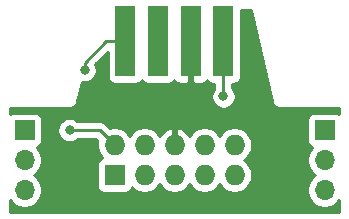
<source format=gbl>
G04 #@! TF.GenerationSoftware,KiCad,Pcbnew,(5.1.8)-1*
G04 #@! TF.CreationDate,2021-01-08T23:48:15+01:00*
G04 #@! TF.ProjectId,Sega Master System,53656761-204d-4617-9374-657220537973,rev?*
G04 #@! TF.SameCoordinates,Original*
G04 #@! TF.FileFunction,Copper,L2,Bot*
G04 #@! TF.FilePolarity,Positive*
%FSLAX46Y46*%
G04 Gerber Fmt 4.6, Leading zero omitted, Abs format (unit mm)*
G04 Created by KiCad (PCBNEW (5.1.8)-1) date 2021-01-08 23:48:15*
%MOMM*%
%LPD*%
G01*
G04 APERTURE LIST*
G04 #@! TA.AperFunction,SMDPad,CuDef*
%ADD10R,1.700000X6.000000*%
G04 #@! TD*
G04 #@! TA.AperFunction,ComponentPad*
%ADD11R,1.700000X1.700000*%
G04 #@! TD*
G04 #@! TA.AperFunction,ComponentPad*
%ADD12O,1.700000X1.700000*%
G04 #@! TD*
G04 #@! TA.AperFunction,ComponentPad*
%ADD13O,1.727200X1.727200*%
G04 #@! TD*
G04 #@! TA.AperFunction,ComponentPad*
%ADD14R,1.727200X1.727200*%
G04 #@! TD*
G04 #@! TA.AperFunction,ViaPad*
%ADD15C,0.800000*%
G04 #@! TD*
G04 #@! TA.AperFunction,Conductor*
%ADD16C,0.250000*%
G04 #@! TD*
G04 #@! TA.AperFunction,Conductor*
%ADD17C,0.254000*%
G04 #@! TD*
G04 #@! TA.AperFunction,Conductor*
%ADD18C,0.100000*%
G04 #@! TD*
G04 APERTURE END LIST*
D10*
X138069500Y-78168500D03*
X140839500Y-78168500D03*
X143609500Y-78168500D03*
X146379500Y-78168500D03*
D11*
X154940000Y-85725000D03*
D12*
X154940000Y-88265000D03*
X154940000Y-90805000D03*
D13*
X147320000Y-86995000D03*
X144780000Y-86995000D03*
X142240000Y-86995000D03*
X139700000Y-86995000D03*
X137160000Y-86995000D03*
X147320000Y-89535000D03*
X144780000Y-89535000D03*
X142240000Y-89535000D03*
X139700000Y-89535000D03*
D14*
X137160000Y-89535000D03*
D12*
X129540000Y-90805000D03*
X129540000Y-88265000D03*
D11*
X129540000Y-85725000D03*
D15*
X134620000Y-80645000D03*
X146379500Y-82879500D03*
X133350000Y-85725000D03*
D16*
X138069500Y-78168500D02*
X136461500Y-78168500D01*
X136461500Y-78168500D02*
X134620000Y-80010000D01*
X134620000Y-80010000D02*
X134620000Y-80645000D01*
X146379500Y-78168500D02*
X146379500Y-82879500D01*
X135890000Y-85725000D02*
X137160000Y-86995000D01*
X133350000Y-85725000D02*
X135890000Y-85725000D01*
D17*
X150477345Y-83291998D02*
X150479550Y-83314383D01*
X150491926Y-83355179D01*
X150494191Y-83364996D01*
X150501342Y-83386222D01*
X150517290Y-83438793D01*
X150522064Y-83447725D01*
X150525300Y-83457329D01*
X150552673Y-83504990D01*
X150578575Y-83553450D01*
X150585003Y-83561282D01*
X150590048Y-83570067D01*
X150626194Y-83611473D01*
X150661052Y-83653948D01*
X150668881Y-83660373D01*
X150675545Y-83668007D01*
X150719072Y-83701564D01*
X150761550Y-83736425D01*
X150770486Y-83741201D01*
X150778508Y-83747386D01*
X150827744Y-83771806D01*
X150876207Y-83797710D01*
X150885900Y-83800650D01*
X150894978Y-83805153D01*
X150948027Y-83819497D01*
X151000617Y-83835450D01*
X151010703Y-83836443D01*
X151020480Y-83839087D01*
X151075307Y-83842806D01*
X151097581Y-83845000D01*
X151107646Y-83845000D01*
X151150190Y-83847886D01*
X151172503Y-83845000D01*
X156177725Y-83845000D01*
X156184513Y-83845666D01*
X156185000Y-83850301D01*
X156185000Y-84377705D01*
X156144494Y-84344463D01*
X156034180Y-84285498D01*
X155914482Y-84249188D01*
X155790000Y-84236928D01*
X154090000Y-84236928D01*
X153965518Y-84249188D01*
X153845820Y-84285498D01*
X153735506Y-84344463D01*
X153638815Y-84423815D01*
X153559463Y-84520506D01*
X153500498Y-84630820D01*
X153464188Y-84750518D01*
X153451928Y-84875000D01*
X153451928Y-86575000D01*
X153464188Y-86699482D01*
X153500498Y-86819180D01*
X153559463Y-86929494D01*
X153638815Y-87026185D01*
X153735506Y-87105537D01*
X153845820Y-87164502D01*
X153918380Y-87186513D01*
X153786525Y-87318368D01*
X153624010Y-87561589D01*
X153512068Y-87831842D01*
X153455000Y-88118740D01*
X153455000Y-88411260D01*
X153512068Y-88698158D01*
X153624010Y-88968411D01*
X153786525Y-89211632D01*
X153993368Y-89418475D01*
X154167760Y-89535000D01*
X153993368Y-89651525D01*
X153786525Y-89858368D01*
X153624010Y-90101589D01*
X153512068Y-90371842D01*
X153455000Y-90658740D01*
X153455000Y-90951260D01*
X153512068Y-91238158D01*
X153624010Y-91508411D01*
X153786525Y-91751632D01*
X153993368Y-91958475D01*
X154236589Y-92120990D01*
X154506842Y-92232932D01*
X154793740Y-92290000D01*
X155086260Y-92290000D01*
X155373158Y-92232932D01*
X155643411Y-92120990D01*
X155886632Y-91958475D01*
X156093475Y-91751632D01*
X156185001Y-91614654D01*
X156185001Y-92677715D01*
X156184335Y-92684513D01*
X156179699Y-92685000D01*
X128302275Y-92685000D01*
X128295487Y-92684335D01*
X128295000Y-92679699D01*
X128295000Y-91614655D01*
X128386525Y-91751632D01*
X128593368Y-91958475D01*
X128836589Y-92120990D01*
X129106842Y-92232932D01*
X129393740Y-92290000D01*
X129686260Y-92290000D01*
X129973158Y-92232932D01*
X130243411Y-92120990D01*
X130486632Y-91958475D01*
X130693475Y-91751632D01*
X130855990Y-91508411D01*
X130967932Y-91238158D01*
X131025000Y-90951260D01*
X131025000Y-90658740D01*
X130967932Y-90371842D01*
X130855990Y-90101589D01*
X130693475Y-89858368D01*
X130486632Y-89651525D01*
X130312240Y-89535000D01*
X130486632Y-89418475D01*
X130693475Y-89211632D01*
X130855990Y-88968411D01*
X130967932Y-88698158D01*
X131025000Y-88411260D01*
X131025000Y-88118740D01*
X130967932Y-87831842D01*
X130855990Y-87561589D01*
X130693475Y-87318368D01*
X130561620Y-87186513D01*
X130634180Y-87164502D01*
X130744494Y-87105537D01*
X130841185Y-87026185D01*
X130920537Y-86929494D01*
X130979502Y-86819180D01*
X131015812Y-86699482D01*
X131028072Y-86575000D01*
X131028072Y-85623061D01*
X132315000Y-85623061D01*
X132315000Y-85826939D01*
X132354774Y-86026898D01*
X132432795Y-86215256D01*
X132546063Y-86384774D01*
X132690226Y-86528937D01*
X132859744Y-86642205D01*
X133048102Y-86720226D01*
X133248061Y-86760000D01*
X133451939Y-86760000D01*
X133651898Y-86720226D01*
X133840256Y-86642205D01*
X134009774Y-86528937D01*
X134053711Y-86485000D01*
X135575199Y-86485000D01*
X135707224Y-86617026D01*
X135661400Y-86847401D01*
X135661400Y-87142599D01*
X135718990Y-87432125D01*
X135831958Y-87704853D01*
X135995961Y-87950302D01*
X136110023Y-88064364D01*
X136052220Y-88081898D01*
X135941906Y-88140863D01*
X135845215Y-88220215D01*
X135765863Y-88316906D01*
X135706898Y-88427220D01*
X135670588Y-88546918D01*
X135658328Y-88671400D01*
X135658328Y-90398600D01*
X135670588Y-90523082D01*
X135706898Y-90642780D01*
X135765863Y-90753094D01*
X135845215Y-90849785D01*
X135941906Y-90929137D01*
X136052220Y-90988102D01*
X136171918Y-91024412D01*
X136296400Y-91036672D01*
X138023600Y-91036672D01*
X138148082Y-91024412D01*
X138267780Y-90988102D01*
X138378094Y-90929137D01*
X138474785Y-90849785D01*
X138554137Y-90753094D01*
X138613102Y-90642780D01*
X138630636Y-90584977D01*
X138744698Y-90699039D01*
X138990147Y-90863042D01*
X139262875Y-90976010D01*
X139552401Y-91033600D01*
X139847599Y-91033600D01*
X140137125Y-90976010D01*
X140409853Y-90863042D01*
X140655302Y-90699039D01*
X140864039Y-90490302D01*
X140970000Y-90331719D01*
X141075961Y-90490302D01*
X141284698Y-90699039D01*
X141530147Y-90863042D01*
X141802875Y-90976010D01*
X142092401Y-91033600D01*
X142387599Y-91033600D01*
X142677125Y-90976010D01*
X142949853Y-90863042D01*
X143195302Y-90699039D01*
X143404039Y-90490302D01*
X143510000Y-90331719D01*
X143615961Y-90490302D01*
X143824698Y-90699039D01*
X144070147Y-90863042D01*
X144342875Y-90976010D01*
X144632401Y-91033600D01*
X144927599Y-91033600D01*
X145217125Y-90976010D01*
X145489853Y-90863042D01*
X145735302Y-90699039D01*
X145944039Y-90490302D01*
X146050000Y-90331719D01*
X146155961Y-90490302D01*
X146364698Y-90699039D01*
X146610147Y-90863042D01*
X146882875Y-90976010D01*
X147172401Y-91033600D01*
X147467599Y-91033600D01*
X147757125Y-90976010D01*
X148029853Y-90863042D01*
X148275302Y-90699039D01*
X148484039Y-90490302D01*
X148648042Y-90244853D01*
X148761010Y-89972125D01*
X148818600Y-89682599D01*
X148818600Y-89387401D01*
X148761010Y-89097875D01*
X148648042Y-88825147D01*
X148484039Y-88579698D01*
X148275302Y-88370961D01*
X148116719Y-88265000D01*
X148275302Y-88159039D01*
X148484039Y-87950302D01*
X148648042Y-87704853D01*
X148761010Y-87432125D01*
X148818600Y-87142599D01*
X148818600Y-86847401D01*
X148761010Y-86557875D01*
X148648042Y-86285147D01*
X148484039Y-86039698D01*
X148275302Y-85830961D01*
X148029853Y-85666958D01*
X147757125Y-85553990D01*
X147467599Y-85496400D01*
X147172401Y-85496400D01*
X146882875Y-85553990D01*
X146610147Y-85666958D01*
X146364698Y-85830961D01*
X146155961Y-86039698D01*
X146050000Y-86198281D01*
X145944039Y-86039698D01*
X145735302Y-85830961D01*
X145489853Y-85666958D01*
X145217125Y-85553990D01*
X144927599Y-85496400D01*
X144632401Y-85496400D01*
X144342875Y-85553990D01*
X144070147Y-85666958D01*
X143824698Y-85830961D01*
X143615961Y-86039698D01*
X143505441Y-86205103D01*
X143446817Y-86106512D01*
X143250293Y-85888146D01*
X143014944Y-85712316D01*
X142749814Y-85585778D01*
X142599026Y-85540042D01*
X142367000Y-85661183D01*
X142367000Y-86868000D01*
X142387000Y-86868000D01*
X142387000Y-87122000D01*
X142367000Y-87122000D01*
X142367000Y-87142000D01*
X142113000Y-87142000D01*
X142113000Y-87122000D01*
X142093000Y-87122000D01*
X142093000Y-86868000D01*
X142113000Y-86868000D01*
X142113000Y-85661183D01*
X141880974Y-85540042D01*
X141730186Y-85585778D01*
X141465056Y-85712316D01*
X141229707Y-85888146D01*
X141033183Y-86106512D01*
X140974559Y-86205103D01*
X140864039Y-86039698D01*
X140655302Y-85830961D01*
X140409853Y-85666958D01*
X140137125Y-85553990D01*
X139847599Y-85496400D01*
X139552401Y-85496400D01*
X139262875Y-85553990D01*
X138990147Y-85666958D01*
X138744698Y-85830961D01*
X138535961Y-86039698D01*
X138430000Y-86198281D01*
X138324039Y-86039698D01*
X138115302Y-85830961D01*
X137869853Y-85666958D01*
X137597125Y-85553990D01*
X137307599Y-85496400D01*
X137012401Y-85496400D01*
X136782026Y-85542224D01*
X136453804Y-85214003D01*
X136430001Y-85184999D01*
X136314276Y-85090026D01*
X136182247Y-85019454D01*
X136038986Y-84975997D01*
X135927333Y-84965000D01*
X135927322Y-84965000D01*
X135890000Y-84961324D01*
X135852678Y-84965000D01*
X134053711Y-84965000D01*
X134009774Y-84921063D01*
X133840256Y-84807795D01*
X133651898Y-84729774D01*
X133451939Y-84690000D01*
X133248061Y-84690000D01*
X133048102Y-84729774D01*
X132859744Y-84807795D01*
X132690226Y-84921063D01*
X132546063Y-85065226D01*
X132432795Y-85234744D01*
X132354774Y-85423102D01*
X132315000Y-85623061D01*
X131028072Y-85623061D01*
X131028072Y-84875000D01*
X131015812Y-84750518D01*
X130979502Y-84630820D01*
X130920537Y-84520506D01*
X130841185Y-84423815D01*
X130744494Y-84344463D01*
X130634180Y-84285498D01*
X130514482Y-84249188D01*
X130390000Y-84236928D01*
X128690000Y-84236928D01*
X128565518Y-84249188D01*
X128445820Y-84285498D01*
X128335506Y-84344463D01*
X128295000Y-84377705D01*
X128295000Y-83852275D01*
X128295666Y-83845487D01*
X128300301Y-83845000D01*
X133307504Y-83845000D01*
X133329810Y-83847885D01*
X133372339Y-83845000D01*
X133382419Y-83845000D01*
X133404727Y-83842803D01*
X133459519Y-83839086D01*
X133469290Y-83836444D01*
X133479383Y-83835450D01*
X133531994Y-83819490D01*
X133585021Y-83805153D01*
X133594098Y-83800651D01*
X133603793Y-83797710D01*
X133652269Y-83771799D01*
X133701491Y-83747386D01*
X133709511Y-83741203D01*
X133718450Y-83736425D01*
X133760944Y-83701551D01*
X133804454Y-83668007D01*
X133811116Y-83660376D01*
X133818948Y-83653948D01*
X133853822Y-83611454D01*
X133889951Y-83570067D01*
X133894994Y-83561286D01*
X133901425Y-83553450D01*
X133927341Y-83504964D01*
X133954699Y-83457329D01*
X133957933Y-83447730D01*
X133962710Y-83438793D01*
X133978667Y-83386192D01*
X133985808Y-83364996D01*
X133988070Y-83355193D01*
X134000450Y-83314383D01*
X134002655Y-83291990D01*
X134380947Y-81652727D01*
X134518061Y-81680000D01*
X134721939Y-81680000D01*
X134921898Y-81640226D01*
X135110256Y-81562205D01*
X135279774Y-81448937D01*
X135423937Y-81304774D01*
X135537205Y-81135256D01*
X135615226Y-80946898D01*
X135655000Y-80746939D01*
X135655000Y-80543061D01*
X135615226Y-80343102D01*
X135540969Y-80163832D01*
X136581428Y-79123374D01*
X136581428Y-81168500D01*
X136593688Y-81292982D01*
X136629998Y-81412680D01*
X136688963Y-81522994D01*
X136768315Y-81619685D01*
X136865006Y-81699037D01*
X136975320Y-81758002D01*
X137095018Y-81794312D01*
X137219500Y-81806572D01*
X138919500Y-81806572D01*
X139043982Y-81794312D01*
X139163680Y-81758002D01*
X139273994Y-81699037D01*
X139370685Y-81619685D01*
X139450037Y-81522994D01*
X139454500Y-81514644D01*
X139458963Y-81522994D01*
X139538315Y-81619685D01*
X139635006Y-81699037D01*
X139745320Y-81758002D01*
X139865018Y-81794312D01*
X139989500Y-81806572D01*
X141689500Y-81806572D01*
X141813982Y-81794312D01*
X141933680Y-81758002D01*
X142043994Y-81699037D01*
X142140685Y-81619685D01*
X142220037Y-81522994D01*
X142224500Y-81514644D01*
X142228963Y-81522994D01*
X142308315Y-81619685D01*
X142405006Y-81699037D01*
X142515320Y-81758002D01*
X142635018Y-81794312D01*
X142759500Y-81806572D01*
X143323750Y-81803500D01*
X143482500Y-81644750D01*
X143482500Y-78295500D01*
X143462500Y-78295500D01*
X143462500Y-78041500D01*
X143482500Y-78041500D01*
X143482500Y-78021500D01*
X143736500Y-78021500D01*
X143736500Y-78041500D01*
X143756500Y-78041500D01*
X143756500Y-78295500D01*
X143736500Y-78295500D01*
X143736500Y-81644750D01*
X143895250Y-81803500D01*
X144459500Y-81806572D01*
X144583982Y-81794312D01*
X144703680Y-81758002D01*
X144813994Y-81699037D01*
X144910685Y-81619685D01*
X144990037Y-81522994D01*
X144994500Y-81514644D01*
X144998963Y-81522994D01*
X145078315Y-81619685D01*
X145175006Y-81699037D01*
X145285320Y-81758002D01*
X145405018Y-81794312D01*
X145529500Y-81806572D01*
X145619501Y-81806572D01*
X145619501Y-82175788D01*
X145575563Y-82219726D01*
X145462295Y-82389244D01*
X145384274Y-82577602D01*
X145344500Y-82777561D01*
X145344500Y-82981439D01*
X145384274Y-83181398D01*
X145462295Y-83369756D01*
X145575563Y-83539274D01*
X145719726Y-83683437D01*
X145889244Y-83796705D01*
X146077602Y-83874726D01*
X146277561Y-83914500D01*
X146481439Y-83914500D01*
X146681398Y-83874726D01*
X146869756Y-83796705D01*
X147039274Y-83683437D01*
X147183437Y-83539274D01*
X147296705Y-83369756D01*
X147374726Y-83181398D01*
X147414500Y-82981439D01*
X147414500Y-82777561D01*
X147374726Y-82577602D01*
X147296705Y-82389244D01*
X147183437Y-82219726D01*
X147139500Y-82175789D01*
X147139500Y-81806572D01*
X147229500Y-81806572D01*
X147353982Y-81794312D01*
X147473680Y-81758002D01*
X147583994Y-81699037D01*
X147680685Y-81619685D01*
X147760037Y-81522994D01*
X147819002Y-81412680D01*
X147855312Y-81292982D01*
X147867572Y-81168500D01*
X147867572Y-75590000D01*
X148699963Y-75590000D01*
X150477345Y-83291998D01*
G04 #@! TA.AperFunction,Conductor*
D18*
G36*
X150477345Y-83291998D02*
G01*
X150479550Y-83314383D01*
X150491926Y-83355179D01*
X150494191Y-83364996D01*
X150501342Y-83386222D01*
X150517290Y-83438793D01*
X150522064Y-83447725D01*
X150525300Y-83457329D01*
X150552673Y-83504990D01*
X150578575Y-83553450D01*
X150585003Y-83561282D01*
X150590048Y-83570067D01*
X150626194Y-83611473D01*
X150661052Y-83653948D01*
X150668881Y-83660373D01*
X150675545Y-83668007D01*
X150719072Y-83701564D01*
X150761550Y-83736425D01*
X150770486Y-83741201D01*
X150778508Y-83747386D01*
X150827744Y-83771806D01*
X150876207Y-83797710D01*
X150885900Y-83800650D01*
X150894978Y-83805153D01*
X150948027Y-83819497D01*
X151000617Y-83835450D01*
X151010703Y-83836443D01*
X151020480Y-83839087D01*
X151075307Y-83842806D01*
X151097581Y-83845000D01*
X151107646Y-83845000D01*
X151150190Y-83847886D01*
X151172503Y-83845000D01*
X156177725Y-83845000D01*
X156184513Y-83845666D01*
X156185000Y-83850301D01*
X156185000Y-84377705D01*
X156144494Y-84344463D01*
X156034180Y-84285498D01*
X155914482Y-84249188D01*
X155790000Y-84236928D01*
X154090000Y-84236928D01*
X153965518Y-84249188D01*
X153845820Y-84285498D01*
X153735506Y-84344463D01*
X153638815Y-84423815D01*
X153559463Y-84520506D01*
X153500498Y-84630820D01*
X153464188Y-84750518D01*
X153451928Y-84875000D01*
X153451928Y-86575000D01*
X153464188Y-86699482D01*
X153500498Y-86819180D01*
X153559463Y-86929494D01*
X153638815Y-87026185D01*
X153735506Y-87105537D01*
X153845820Y-87164502D01*
X153918380Y-87186513D01*
X153786525Y-87318368D01*
X153624010Y-87561589D01*
X153512068Y-87831842D01*
X153455000Y-88118740D01*
X153455000Y-88411260D01*
X153512068Y-88698158D01*
X153624010Y-88968411D01*
X153786525Y-89211632D01*
X153993368Y-89418475D01*
X154167760Y-89535000D01*
X153993368Y-89651525D01*
X153786525Y-89858368D01*
X153624010Y-90101589D01*
X153512068Y-90371842D01*
X153455000Y-90658740D01*
X153455000Y-90951260D01*
X153512068Y-91238158D01*
X153624010Y-91508411D01*
X153786525Y-91751632D01*
X153993368Y-91958475D01*
X154236589Y-92120990D01*
X154506842Y-92232932D01*
X154793740Y-92290000D01*
X155086260Y-92290000D01*
X155373158Y-92232932D01*
X155643411Y-92120990D01*
X155886632Y-91958475D01*
X156093475Y-91751632D01*
X156185001Y-91614654D01*
X156185001Y-92677715D01*
X156184335Y-92684513D01*
X156179699Y-92685000D01*
X128302275Y-92685000D01*
X128295487Y-92684335D01*
X128295000Y-92679699D01*
X128295000Y-91614655D01*
X128386525Y-91751632D01*
X128593368Y-91958475D01*
X128836589Y-92120990D01*
X129106842Y-92232932D01*
X129393740Y-92290000D01*
X129686260Y-92290000D01*
X129973158Y-92232932D01*
X130243411Y-92120990D01*
X130486632Y-91958475D01*
X130693475Y-91751632D01*
X130855990Y-91508411D01*
X130967932Y-91238158D01*
X131025000Y-90951260D01*
X131025000Y-90658740D01*
X130967932Y-90371842D01*
X130855990Y-90101589D01*
X130693475Y-89858368D01*
X130486632Y-89651525D01*
X130312240Y-89535000D01*
X130486632Y-89418475D01*
X130693475Y-89211632D01*
X130855990Y-88968411D01*
X130967932Y-88698158D01*
X131025000Y-88411260D01*
X131025000Y-88118740D01*
X130967932Y-87831842D01*
X130855990Y-87561589D01*
X130693475Y-87318368D01*
X130561620Y-87186513D01*
X130634180Y-87164502D01*
X130744494Y-87105537D01*
X130841185Y-87026185D01*
X130920537Y-86929494D01*
X130979502Y-86819180D01*
X131015812Y-86699482D01*
X131028072Y-86575000D01*
X131028072Y-85623061D01*
X132315000Y-85623061D01*
X132315000Y-85826939D01*
X132354774Y-86026898D01*
X132432795Y-86215256D01*
X132546063Y-86384774D01*
X132690226Y-86528937D01*
X132859744Y-86642205D01*
X133048102Y-86720226D01*
X133248061Y-86760000D01*
X133451939Y-86760000D01*
X133651898Y-86720226D01*
X133840256Y-86642205D01*
X134009774Y-86528937D01*
X134053711Y-86485000D01*
X135575199Y-86485000D01*
X135707224Y-86617026D01*
X135661400Y-86847401D01*
X135661400Y-87142599D01*
X135718990Y-87432125D01*
X135831958Y-87704853D01*
X135995961Y-87950302D01*
X136110023Y-88064364D01*
X136052220Y-88081898D01*
X135941906Y-88140863D01*
X135845215Y-88220215D01*
X135765863Y-88316906D01*
X135706898Y-88427220D01*
X135670588Y-88546918D01*
X135658328Y-88671400D01*
X135658328Y-90398600D01*
X135670588Y-90523082D01*
X135706898Y-90642780D01*
X135765863Y-90753094D01*
X135845215Y-90849785D01*
X135941906Y-90929137D01*
X136052220Y-90988102D01*
X136171918Y-91024412D01*
X136296400Y-91036672D01*
X138023600Y-91036672D01*
X138148082Y-91024412D01*
X138267780Y-90988102D01*
X138378094Y-90929137D01*
X138474785Y-90849785D01*
X138554137Y-90753094D01*
X138613102Y-90642780D01*
X138630636Y-90584977D01*
X138744698Y-90699039D01*
X138990147Y-90863042D01*
X139262875Y-90976010D01*
X139552401Y-91033600D01*
X139847599Y-91033600D01*
X140137125Y-90976010D01*
X140409853Y-90863042D01*
X140655302Y-90699039D01*
X140864039Y-90490302D01*
X140970000Y-90331719D01*
X141075961Y-90490302D01*
X141284698Y-90699039D01*
X141530147Y-90863042D01*
X141802875Y-90976010D01*
X142092401Y-91033600D01*
X142387599Y-91033600D01*
X142677125Y-90976010D01*
X142949853Y-90863042D01*
X143195302Y-90699039D01*
X143404039Y-90490302D01*
X143510000Y-90331719D01*
X143615961Y-90490302D01*
X143824698Y-90699039D01*
X144070147Y-90863042D01*
X144342875Y-90976010D01*
X144632401Y-91033600D01*
X144927599Y-91033600D01*
X145217125Y-90976010D01*
X145489853Y-90863042D01*
X145735302Y-90699039D01*
X145944039Y-90490302D01*
X146050000Y-90331719D01*
X146155961Y-90490302D01*
X146364698Y-90699039D01*
X146610147Y-90863042D01*
X146882875Y-90976010D01*
X147172401Y-91033600D01*
X147467599Y-91033600D01*
X147757125Y-90976010D01*
X148029853Y-90863042D01*
X148275302Y-90699039D01*
X148484039Y-90490302D01*
X148648042Y-90244853D01*
X148761010Y-89972125D01*
X148818600Y-89682599D01*
X148818600Y-89387401D01*
X148761010Y-89097875D01*
X148648042Y-88825147D01*
X148484039Y-88579698D01*
X148275302Y-88370961D01*
X148116719Y-88265000D01*
X148275302Y-88159039D01*
X148484039Y-87950302D01*
X148648042Y-87704853D01*
X148761010Y-87432125D01*
X148818600Y-87142599D01*
X148818600Y-86847401D01*
X148761010Y-86557875D01*
X148648042Y-86285147D01*
X148484039Y-86039698D01*
X148275302Y-85830961D01*
X148029853Y-85666958D01*
X147757125Y-85553990D01*
X147467599Y-85496400D01*
X147172401Y-85496400D01*
X146882875Y-85553990D01*
X146610147Y-85666958D01*
X146364698Y-85830961D01*
X146155961Y-86039698D01*
X146050000Y-86198281D01*
X145944039Y-86039698D01*
X145735302Y-85830961D01*
X145489853Y-85666958D01*
X145217125Y-85553990D01*
X144927599Y-85496400D01*
X144632401Y-85496400D01*
X144342875Y-85553990D01*
X144070147Y-85666958D01*
X143824698Y-85830961D01*
X143615961Y-86039698D01*
X143505441Y-86205103D01*
X143446817Y-86106512D01*
X143250293Y-85888146D01*
X143014944Y-85712316D01*
X142749814Y-85585778D01*
X142599026Y-85540042D01*
X142367000Y-85661183D01*
X142367000Y-86868000D01*
X142387000Y-86868000D01*
X142387000Y-87122000D01*
X142367000Y-87122000D01*
X142367000Y-87142000D01*
X142113000Y-87142000D01*
X142113000Y-87122000D01*
X142093000Y-87122000D01*
X142093000Y-86868000D01*
X142113000Y-86868000D01*
X142113000Y-85661183D01*
X141880974Y-85540042D01*
X141730186Y-85585778D01*
X141465056Y-85712316D01*
X141229707Y-85888146D01*
X141033183Y-86106512D01*
X140974559Y-86205103D01*
X140864039Y-86039698D01*
X140655302Y-85830961D01*
X140409853Y-85666958D01*
X140137125Y-85553990D01*
X139847599Y-85496400D01*
X139552401Y-85496400D01*
X139262875Y-85553990D01*
X138990147Y-85666958D01*
X138744698Y-85830961D01*
X138535961Y-86039698D01*
X138430000Y-86198281D01*
X138324039Y-86039698D01*
X138115302Y-85830961D01*
X137869853Y-85666958D01*
X137597125Y-85553990D01*
X137307599Y-85496400D01*
X137012401Y-85496400D01*
X136782026Y-85542224D01*
X136453804Y-85214003D01*
X136430001Y-85184999D01*
X136314276Y-85090026D01*
X136182247Y-85019454D01*
X136038986Y-84975997D01*
X135927333Y-84965000D01*
X135927322Y-84965000D01*
X135890000Y-84961324D01*
X135852678Y-84965000D01*
X134053711Y-84965000D01*
X134009774Y-84921063D01*
X133840256Y-84807795D01*
X133651898Y-84729774D01*
X133451939Y-84690000D01*
X133248061Y-84690000D01*
X133048102Y-84729774D01*
X132859744Y-84807795D01*
X132690226Y-84921063D01*
X132546063Y-85065226D01*
X132432795Y-85234744D01*
X132354774Y-85423102D01*
X132315000Y-85623061D01*
X131028072Y-85623061D01*
X131028072Y-84875000D01*
X131015812Y-84750518D01*
X130979502Y-84630820D01*
X130920537Y-84520506D01*
X130841185Y-84423815D01*
X130744494Y-84344463D01*
X130634180Y-84285498D01*
X130514482Y-84249188D01*
X130390000Y-84236928D01*
X128690000Y-84236928D01*
X128565518Y-84249188D01*
X128445820Y-84285498D01*
X128335506Y-84344463D01*
X128295000Y-84377705D01*
X128295000Y-83852275D01*
X128295666Y-83845487D01*
X128300301Y-83845000D01*
X133307504Y-83845000D01*
X133329810Y-83847885D01*
X133372339Y-83845000D01*
X133382419Y-83845000D01*
X133404727Y-83842803D01*
X133459519Y-83839086D01*
X133469290Y-83836444D01*
X133479383Y-83835450D01*
X133531994Y-83819490D01*
X133585021Y-83805153D01*
X133594098Y-83800651D01*
X133603793Y-83797710D01*
X133652269Y-83771799D01*
X133701491Y-83747386D01*
X133709511Y-83741203D01*
X133718450Y-83736425D01*
X133760944Y-83701551D01*
X133804454Y-83668007D01*
X133811116Y-83660376D01*
X133818948Y-83653948D01*
X133853822Y-83611454D01*
X133889951Y-83570067D01*
X133894994Y-83561286D01*
X133901425Y-83553450D01*
X133927341Y-83504964D01*
X133954699Y-83457329D01*
X133957933Y-83447730D01*
X133962710Y-83438793D01*
X133978667Y-83386192D01*
X133985808Y-83364996D01*
X133988070Y-83355193D01*
X134000450Y-83314383D01*
X134002655Y-83291990D01*
X134380947Y-81652727D01*
X134518061Y-81680000D01*
X134721939Y-81680000D01*
X134921898Y-81640226D01*
X135110256Y-81562205D01*
X135279774Y-81448937D01*
X135423937Y-81304774D01*
X135537205Y-81135256D01*
X135615226Y-80946898D01*
X135655000Y-80746939D01*
X135655000Y-80543061D01*
X135615226Y-80343102D01*
X135540969Y-80163832D01*
X136581428Y-79123374D01*
X136581428Y-81168500D01*
X136593688Y-81292982D01*
X136629998Y-81412680D01*
X136688963Y-81522994D01*
X136768315Y-81619685D01*
X136865006Y-81699037D01*
X136975320Y-81758002D01*
X137095018Y-81794312D01*
X137219500Y-81806572D01*
X138919500Y-81806572D01*
X139043982Y-81794312D01*
X139163680Y-81758002D01*
X139273994Y-81699037D01*
X139370685Y-81619685D01*
X139450037Y-81522994D01*
X139454500Y-81514644D01*
X139458963Y-81522994D01*
X139538315Y-81619685D01*
X139635006Y-81699037D01*
X139745320Y-81758002D01*
X139865018Y-81794312D01*
X139989500Y-81806572D01*
X141689500Y-81806572D01*
X141813982Y-81794312D01*
X141933680Y-81758002D01*
X142043994Y-81699037D01*
X142140685Y-81619685D01*
X142220037Y-81522994D01*
X142224500Y-81514644D01*
X142228963Y-81522994D01*
X142308315Y-81619685D01*
X142405006Y-81699037D01*
X142515320Y-81758002D01*
X142635018Y-81794312D01*
X142759500Y-81806572D01*
X143323750Y-81803500D01*
X143482500Y-81644750D01*
X143482500Y-78295500D01*
X143462500Y-78295500D01*
X143462500Y-78041500D01*
X143482500Y-78041500D01*
X143482500Y-78021500D01*
X143736500Y-78021500D01*
X143736500Y-78041500D01*
X143756500Y-78041500D01*
X143756500Y-78295500D01*
X143736500Y-78295500D01*
X143736500Y-81644750D01*
X143895250Y-81803500D01*
X144459500Y-81806572D01*
X144583982Y-81794312D01*
X144703680Y-81758002D01*
X144813994Y-81699037D01*
X144910685Y-81619685D01*
X144990037Y-81522994D01*
X144994500Y-81514644D01*
X144998963Y-81522994D01*
X145078315Y-81619685D01*
X145175006Y-81699037D01*
X145285320Y-81758002D01*
X145405018Y-81794312D01*
X145529500Y-81806572D01*
X145619501Y-81806572D01*
X145619501Y-82175788D01*
X145575563Y-82219726D01*
X145462295Y-82389244D01*
X145384274Y-82577602D01*
X145344500Y-82777561D01*
X145344500Y-82981439D01*
X145384274Y-83181398D01*
X145462295Y-83369756D01*
X145575563Y-83539274D01*
X145719726Y-83683437D01*
X145889244Y-83796705D01*
X146077602Y-83874726D01*
X146277561Y-83914500D01*
X146481439Y-83914500D01*
X146681398Y-83874726D01*
X146869756Y-83796705D01*
X147039274Y-83683437D01*
X147183437Y-83539274D01*
X147296705Y-83369756D01*
X147374726Y-83181398D01*
X147414500Y-82981439D01*
X147414500Y-82777561D01*
X147374726Y-82577602D01*
X147296705Y-82389244D01*
X147183437Y-82219726D01*
X147139500Y-82175789D01*
X147139500Y-81806572D01*
X147229500Y-81806572D01*
X147353982Y-81794312D01*
X147473680Y-81758002D01*
X147583994Y-81699037D01*
X147680685Y-81619685D01*
X147760037Y-81522994D01*
X147819002Y-81412680D01*
X147855312Y-81292982D01*
X147867572Y-81168500D01*
X147867572Y-75590000D01*
X148699963Y-75590000D01*
X150477345Y-83291998D01*
G37*
G04 #@! TD.AperFunction*
M02*

</source>
